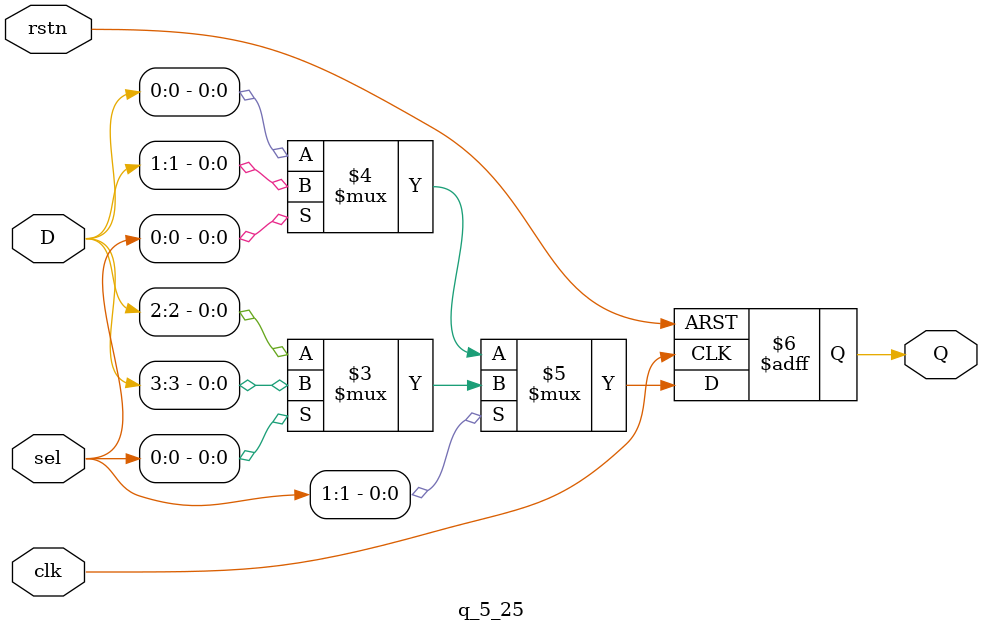
<source format=v>
module q_5_25 (
    input rstn, clk,
    input [1:0] sel,
    input [3:0] D,
    output reg Q
);
    always @ (posedge clk, negedge rstn)
    begin
        if (!rstn)
            Q <= 1'b0;
        else
            Q <= sel[1] ? (sel[0] ? D[3] : D[2]) : (sel[0] ? D[1] : D[0]);
            //case (sel)
            //    2'b00 : Q <= D[0];
            //    2'b01 : Q <= D[1];
            //    2'b10 : Q <= D[2];
            //    2'b11 : Q <= D[3];
            //endcase
    end
endmodule

</source>
